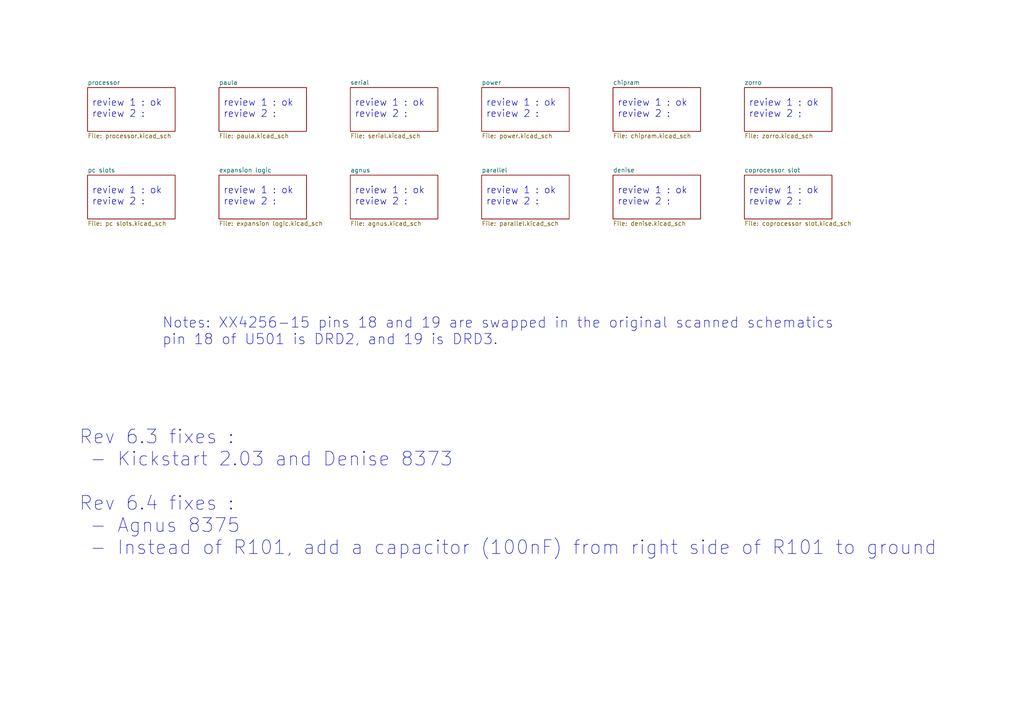
<source format=kicad_sch>
(kicad_sch (version 20230121) (generator eeschema)
  (paper "A4")
  (title_block (date "07/06/1987") (rev "6.2-a") (company "Commodore") (comment 1 "Drawn by: Dave Haynie") (comment 2 "Used on: A2000-CR"))
  (lib_symbols)
  (text "review 1 : ok\nreview 2 :" (at 140.97 59.69 0) (effects (font (size 2.0066 2.0066)) (justify left bottom)))
  (text "review 1 : ok\nreview 2 :" (at 26.67 34.29 0) (effects (font (size 2.0066 2.0066)) (justify left bottom)))
  (text "review 1 : ok\nreview 2 :" (at 217.17 59.69 0) (effects (font (size 2.0066 2.0066)) (justify left bottom)))
  (text "review 1 : ok\nreview 2 :" (at 179.07 34.29 0) (effects (font (size 2.0066 2.0066)) (justify left bottom)))
  (text "review 1 : ok\nreview 2 :" (at 26.67 59.69 0) (effects (font (size 2.0066 2.0066)) (justify left bottom)))
  (text "review 1 : ok\nreview 2 :" (at 179.07 59.69 0) (effects (font (size 2.0066 2.0066)) (justify left bottom)))
  (text "review 1 : ok\nreview 2 :" (at 217.17 34.29 0) (effects (font (size 2.0066 2.0066)) (justify left bottom)))
  (text "review 1 : ok\nreview 2 :" (at 102.87 59.69 0) (effects (font (size 2.0066 2.0066)) (justify left bottom)))
  (text "review 1 : ok\nreview 2 :" (at 64.77 59.69 0) (effects (font (size 2.0066 2.0066)) (justify left bottom)))
  (text "review 1 : ok\nreview 2 :" (at 64.77 34.29 0) (effects (font (size 2.0066 2.0066)) (justify left bottom)))
  (text "review 1 : ok\nreview 2 :" (at 140.97 34.29 0) (effects (font (size 2.0066 2.0066)) (justify left bottom)))
  (text "Notes: XX4256-15 pins 18 and 19 are swapped in the original scanned schematics\npin 18 of U501 is DRD2, and 19 is DRD3." (at 46.99 100.33 0) (effects (font (size 2.9972 2.9972)) (justify left bottom)))
  (text "Rev 6.3 fixes :\n - Kickstart 2.03 and Denise 8373\n\nRev 6.4 fixes :\n - Agnus 8375\n - Instead of R101, add a capacitor (100nF) from right side of R101 to ground" (at 22.86 161.29 0) (effects (font (size 3.9878 3.9878)) (justify left bottom)))
  (text "review 1 : ok\nreview 2 :" (at 102.87 34.29 0) (effects (font (size 2.0066 2.0066)) (justify left bottom)))
  (sheet (at 25.4 25.4) (size 25.4 12.7)
    (property "Sheetname" "processor" (at 25.4 24.6884 0) (effects (justify left bottom)))
    (property "Sheetfile" "processor.kicad_sch" (at 25.4 38.6846 0) (effects (justify left top)))
  )
  (sheet (at 63.5 25.4) (size 25.4 12.7)
    (property "Sheetname" "paula" (at 63.5 24.6884 0) (effects (justify left bottom)))
    (property "Sheetfile" "paula.kicad_sch" (at 63.5 38.6846 0) (effects (justify left top)))
  )
  (sheet (at 101.6 25.4) (size 25.4 12.7)
    (property "Sheetname" "serial" (at 101.6 24.6884 0) (effects (justify left bottom)))
    (property "Sheetfile" "serial.kicad_sch" (at 101.6 38.6846 0) (effects (justify left top)))
  )
  (sheet (at 139.7 25.4) (size 25.4 12.7)
    (property "Sheetname" "power" (at 139.7 24.6884 0) (effects (justify left bottom)))
    (property "Sheetfile" "power.kicad_sch" (at 139.7 38.6846 0) (effects (justify left top)))
  )
  (sheet (at 177.8 25.4) (size 25.4 12.7)
    (property "Sheetname" "chipram" (at 177.8 24.6884 0) (effects (justify left bottom)))
    (property "Sheetfile" "chipram.kicad_sch" (at 177.8 38.6846 0) (effects (justify left top)))
  )
  (sheet (at 215.9 25.4) (size 25.4 12.7)
    (property "Sheetname" "zorro" (at 215.9 24.6884 0) (effects (justify left bottom)))
    (property "Sheetfile" "zorro.kicad_sch" (at 215.9 38.6846 0) (effects (justify left top)))
  )
  (sheet (at 25.4 50.8) (size 25.4 12.7)
    (property "Sheetname" "pc slots" (at 25.4 50.0884 0) (effects (justify left bottom)))
    (property "Sheetfile" "pc slots.kicad_sch" (at 25.4 64.0846 0) (effects (justify left top)))
  )
  (sheet (at 63.5 50.8) (size 25.4 12.7)
    (property "Sheetname" "expansion logic" (at 63.5 50.0884 0) (effects (justify left bottom)))
    (property "Sheetfile" "expansion logic.kicad_sch" (at 63.5 64.0846 0) (effects (justify left top)))
  )
  (sheet (at 101.6 50.8) (size 25.4 12.7)
    (property "Sheetname" "agnus" (at 101.6 50.0884 0) (effects (justify left bottom)))
    (property "Sheetfile" "agnus.kicad_sch" (at 101.6 64.0846 0) (effects (justify left top)))
  )
  (sheet (at 139.7 50.8) (size 25.4 12.7)
    (property "Sheetname" "parallel" (at 139.7 50.0884 0) (effects (justify left bottom)))
    (property "Sheetfile" "parallel.kicad_sch" (at 139.7 64.0846 0) (effects (justify left top)))
  )
  (sheet (at 177.8 50.8) (size 25.4 12.7)
    (property "Sheetname" "denise" (at 177.8 50.0884 0) (effects (justify left bottom)))
    (property "Sheetfile" "denise.kicad_sch" (at 177.8 64.0846 0) (effects (justify left top)))
  )
  (sheet (at 215.9 50.8) (size 25.4 12.7)
    (property "Sheetname" "coprocessor slot" (at 215.9 50.0884 0) (effects (justify left bottom)))
    (property "Sheetfile" "coprocessor slot.kicad_sch" (at 215.9 64.0846 0) (effects (justify left top)))
  )
)
</source>
